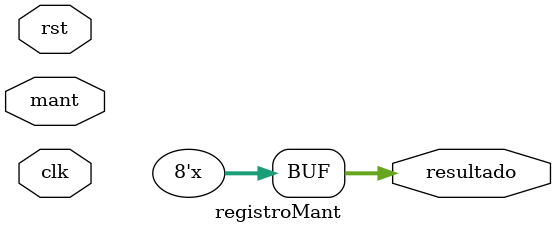
<source format=sv>
module registroMant (input clk,rst, mant, output reg [7:0] resultado);

always @(mant)begin

if(mant)
	resultado= resultado+8'b00000001;
end
endmodule
</source>
